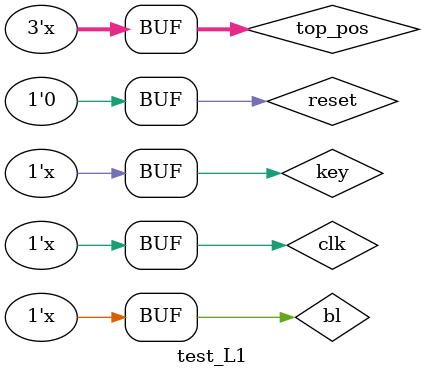
<source format=v>
module L1(Clock, Reset, BL, KEY, TOP_POS, lighton, pt);
	input Clock, Reset, BL, KEY;
	input [2:0] TOP_POS;  //position of the top light
	output lighton; // whether this light should lit
	output signed [3:0] pt; // the points

	wire [1:0] PS;
	reg [1:0] NS;
	
	reg lighton;
	reg [3:0] pt;
	
	parameter [1:0] OFF = 2'b00, ON = 2'b01, PRESS = 2'b10;
	parameter [2:0] no_light_on = 3'b000, _0 = 3'b001, _1 = 3'b010, _2 = 3'b011, _3 = 3'b100, _4 = 3'b101;
	parameter signed [3:0] no_point = 4'b0000, plus_one = 4'b0001, plus_two = 4'b0010, neg_two = 4'b1110;
	
	always @(BL or KEY or TOP_POS or PS)
		case (PS)
			OFF:
				if (BL == 1'b1 && (KEY == 1'b0 || !(TOP_POS == _0))) NS = ON; // when the bottom light is on
																						// and when the key is not pressed or the bottom light		
																						// is not the top light, this light is ON (bubble up)
				else if (BL == 1'b1 && (KEY == 1'b1 && (TOP_POS == _0))) NS = PRESS;
																						// when the bottom light is on
																						// and when the key is pressed AND the bottom light		
																						// is the top light, this light is ON (got one off)
				else NS = OFF; //nothing qualified for change;
			
			ON:
				if (BL == 1'b1 && (KEY == 1'b0 || !(TOP_POS == _0))) NS = ON; // when the bottom light is on
																						// and when the key is not pressed or the bottom light		
																						// is not the top light, this light is ON (bubble up)
				else if (BL == 1'b1 && (KEY == 1'b1 && (TOP_POS == _0))) NS = PRESS;
																						// when the bottom light is on
																						// and when the key is pressed AND the bottom light		
																						// is the top light, this light is ON (got one off)
				else NS = OFF;
			
			PRESS:
				NS = OFF; // always go back to off (impossible to stay or go to ON)
				
			default:
				NS = 2'bxx;
		endcase 
	
	always @(PS)
		case (PS)
			OFF:
				begin
					lighton = 1'b0;
					pt = no_point;
				end
			ON:
				begin
					lighton = 1'b1;
					pt = no_point;
				end
			PRESS:
				begin
					lighton = 1'b0;
					pt = neg_two;
				end
			default:
				begin
					lighton = 1'bx;
					pt = 2'bxx;
				end
		endcase
	
	D_FF dff0 (PS[0], NS[0], Reset, Clock);
	D_FF dff1 (PS[1], NS[1], Reset, Clock);
endmodule

module test_L1;
	reg clk, reset, bl, key;
	reg [2:0] top_pos;
	
	wire lit;
	wire [1:0] pt;
	
	parameter cc = 10;
	
	//L0(Clock, Reset, BL, KEY, TOP_POS, lighton, pt);
	L1 L (clk, reset, bl, key, top_pos, lit, pt);
	
	always
		#cc clk = ~clk;
		
	always
		#(2*cc) top_pos = top_pos + 1;
		
	always
		#(5*cc) bl = ~bl;
	
	always
		#(5*cc) key = ~key;
		
	initial
	begin
		reset = 1;
		clk = 0;
		top_pos = 3'b000;
		bl = 0;
		key = 0;
		#cc reset = 0;
		//#(cc) reset = 0;
		//#cc key = 1;
		//#cc bl = 1;
	end
endmodule 
</source>
